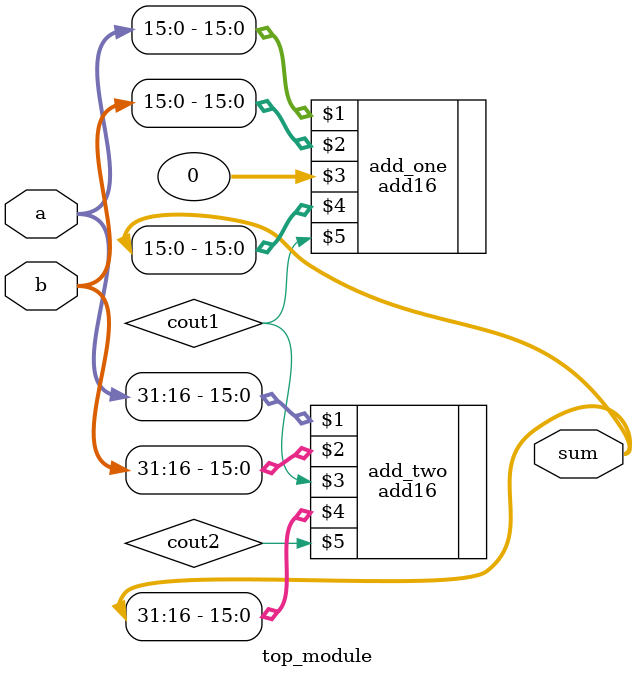
<source format=v>
module top_module(
    input [31:0] a,
    input [31:0] b,
    output [31:0] sum
);
    wire cout1,cout2;
    add16 add_one(a[15:0],b[15:0],0,sum[15:0],cout1);
    add16 add_two(a[31:16],b[31:16],cout1,sum[31:16],cout2);
endmodule

</source>
